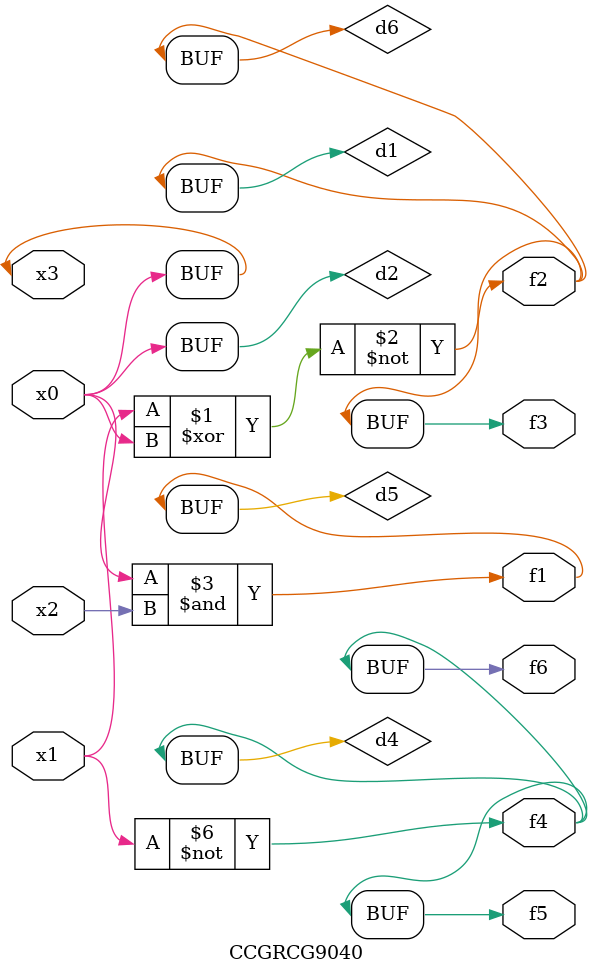
<source format=v>
module CCGRCG9040(
	input x0, x1, x2, x3,
	output f1, f2, f3, f4, f5, f6
);

	wire d1, d2, d3, d4, d5, d6;

	xnor (d1, x1, x3);
	buf (d2, x0, x3);
	nand (d3, x0, x2);
	not (d4, x1);
	nand (d5, d3);
	or (d6, d1);
	assign f1 = d5;
	assign f2 = d6;
	assign f3 = d6;
	assign f4 = d4;
	assign f5 = d4;
	assign f6 = d4;
endmodule

</source>
